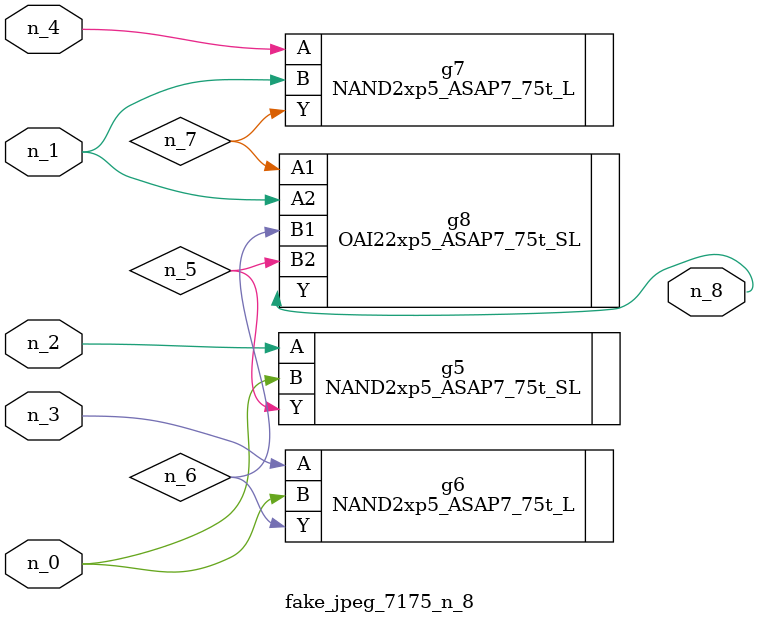
<source format=v>
module fake_jpeg_7175_n_8 (n_3, n_2, n_1, n_0, n_4, n_8);

input n_3;
input n_2;
input n_1;
input n_0;
input n_4;

output n_8;

wire n_6;
wire n_5;
wire n_7;

NAND2xp5_ASAP7_75t_SL g5 ( 
.A(n_2),
.B(n_0),
.Y(n_5)
);

NAND2xp5_ASAP7_75t_L g6 ( 
.A(n_3),
.B(n_0),
.Y(n_6)
);

NAND2xp5_ASAP7_75t_L g7 ( 
.A(n_4),
.B(n_1),
.Y(n_7)
);

OAI22xp5_ASAP7_75t_SL g8 ( 
.A1(n_7),
.A2(n_1),
.B1(n_6),
.B2(n_5),
.Y(n_8)
);


endmodule
</source>
